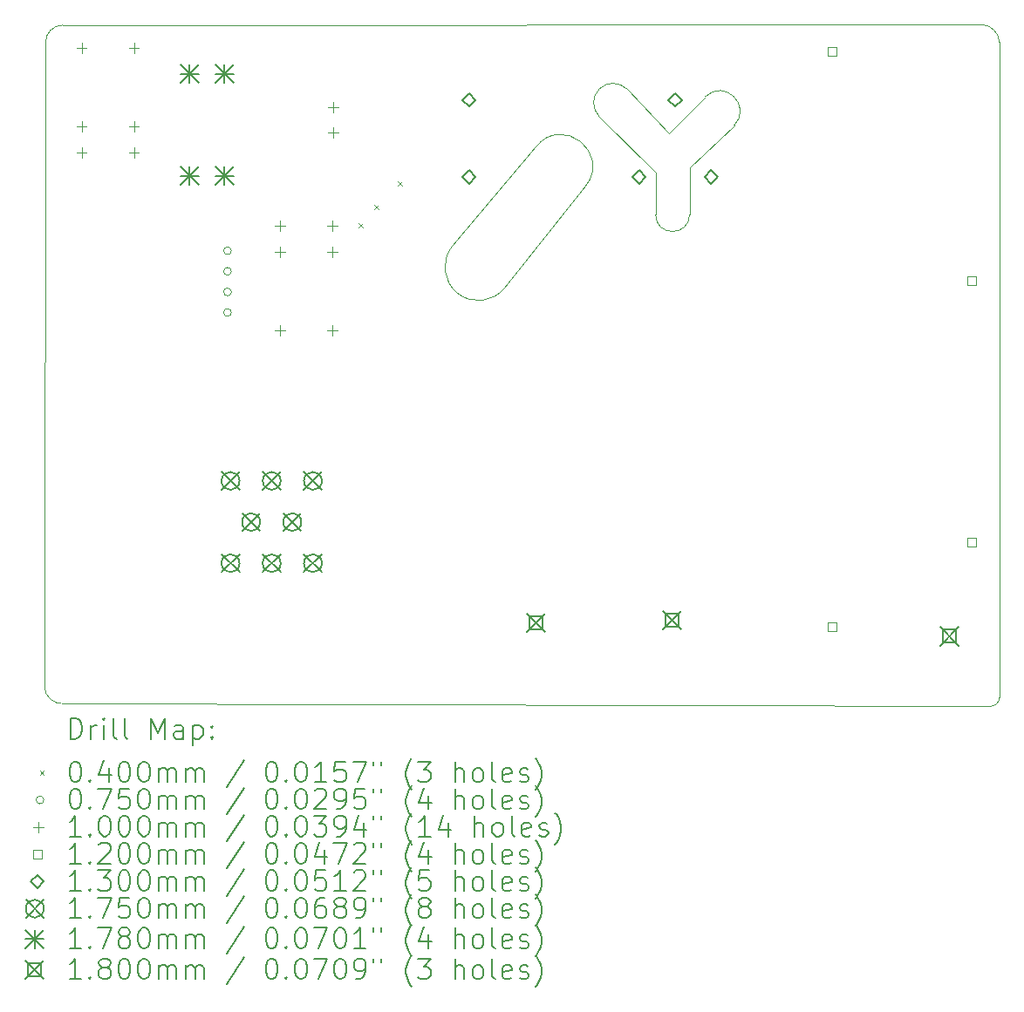
<source format=gbr>
%FSLAX45Y45*%
G04 Gerber Fmt 4.5, Leading zero omitted, Abs format (unit mm)*
G04 Created by KiCad (PCBNEW (6.0.1)) date 2022-11-29 11:44:14*
%MOMM*%
%LPD*%
G01*
G04 APERTURE LIST*
%TA.AperFunction,Profile*%
%ADD10C,0.100000*%
%TD*%
%ADD11C,0.200000*%
%ADD12C,0.040000*%
%ADD13C,0.075000*%
%ADD14C,0.100000*%
%ADD15C,0.120000*%
%ADD16C,0.130000*%
%ADD17C,0.175000*%
%ADD18C,0.178000*%
%ADD19C,0.180000*%
G04 APERTURE END LIST*
D10*
X8940800Y-6451600D02*
X8928434Y-12712700D01*
X14581500Y-6906100D02*
G75*
G03*
X14314800Y-7172800I-133350J-133350D01*
G01*
X18034000Y-6281100D02*
X9105900Y-6286500D01*
X14860900Y-7718900D02*
X14860900Y-8125300D01*
X15622900Y-7261700D02*
X15191100Y-7668100D01*
X9118600Y-12877800D02*
X18110200Y-12903200D01*
X15622900Y-7261700D02*
G75*
G03*
X15343500Y-6982300I-139700J139700D01*
G01*
X14860900Y-8125300D02*
G75*
G03*
X15191100Y-8125300I165100J0D01*
G01*
X14182900Y-7849100D02*
G75*
G03*
X13700300Y-7468100I-241300J190500D01*
G01*
X18110200Y-12903200D02*
G75*
G03*
X18199738Y-12814938I1268J88261D01*
G01*
X15191100Y-8125300D02*
X15191100Y-7668100D01*
X12887500Y-8433300D02*
G75*
G03*
X13395500Y-8839700I254000J-203200D01*
G01*
X8928434Y-12712700D02*
G75*
G03*
X9118600Y-12877800I176595J11337D01*
G01*
X13395500Y-8839700D02*
X14182900Y-7849100D01*
X18199100Y-6451600D02*
G75*
G03*
X18034000Y-6281100I-181173J-10250D01*
G01*
X15343500Y-6982300D02*
X14987900Y-7337900D01*
X18199100Y-6451600D02*
X18199738Y-12814938D01*
X9105900Y-6286500D02*
G75*
G03*
X8940800Y-6451600I0J-165100D01*
G01*
X14314800Y-7172800D02*
X14860900Y-7718900D01*
X13700300Y-7468100D02*
X12887500Y-8433300D01*
X14581500Y-6906100D02*
X14987900Y-7337900D01*
D11*
D12*
X11978500Y-8210100D02*
X12018500Y-8250100D01*
X12018500Y-8210100D02*
X11978500Y-8250100D01*
X12130900Y-8032300D02*
X12170900Y-8072300D01*
X12170900Y-8032300D02*
X12130900Y-8072300D01*
X12359500Y-7803700D02*
X12399500Y-7843700D01*
X12399500Y-7803700D02*
X12359500Y-7843700D01*
D13*
X10743600Y-8477300D02*
G75*
G03*
X10743600Y-8477300I-37500J0D01*
G01*
X10743600Y-8677300D02*
G75*
G03*
X10743600Y-8677300I-37500J0D01*
G01*
X10743600Y-8877300D02*
G75*
G03*
X10743600Y-8877300I-37500J0D01*
G01*
X10743600Y-9077300D02*
G75*
G03*
X10743600Y-9077300I-37500J0D01*
G01*
D14*
X9289250Y-6460850D02*
X9289250Y-6560850D01*
X9239250Y-6510850D02*
X9339250Y-6510850D01*
X9289250Y-7222850D02*
X9289250Y-7322850D01*
X9239250Y-7272850D02*
X9339250Y-7272850D01*
X9289250Y-7476850D02*
X9289250Y-7576850D01*
X9239250Y-7526850D02*
X9339250Y-7526850D01*
X9797250Y-6460850D02*
X9797250Y-6560850D01*
X9747250Y-6510850D02*
X9847250Y-6510850D01*
X9797250Y-7222850D02*
X9797250Y-7322850D01*
X9747250Y-7272850D02*
X9847250Y-7272850D01*
X9797250Y-7476850D02*
X9797250Y-7576850D01*
X9747250Y-7526850D02*
X9847250Y-7526850D01*
X11215750Y-8185350D02*
X11215750Y-8285350D01*
X11165750Y-8235350D02*
X11265750Y-8235350D01*
X11215750Y-8439350D02*
X11215750Y-8539350D01*
X11165750Y-8489350D02*
X11265750Y-8489350D01*
X11215750Y-9201350D02*
X11215750Y-9301350D01*
X11165750Y-9251350D02*
X11265750Y-9251350D01*
X11723750Y-8185350D02*
X11723750Y-8285350D01*
X11673750Y-8235350D02*
X11773750Y-8235350D01*
X11723750Y-8439350D02*
X11723750Y-8539350D01*
X11673750Y-8489350D02*
X11773750Y-8489350D01*
X11723750Y-9201350D02*
X11723750Y-9301350D01*
X11673750Y-9251350D02*
X11773750Y-9251350D01*
X11734000Y-7031100D02*
X11734000Y-7131100D01*
X11684000Y-7081100D02*
X11784000Y-7081100D01*
X11734000Y-7281100D02*
X11734000Y-7381100D01*
X11684000Y-7331100D02*
X11784000Y-7331100D01*
D15*
X16615927Y-6582927D02*
X16615927Y-6498073D01*
X16531073Y-6498073D01*
X16531073Y-6582927D01*
X16615927Y-6582927D01*
X16615927Y-12170927D02*
X16615927Y-12086073D01*
X16531073Y-12086073D01*
X16531073Y-12170927D01*
X16615927Y-12170927D01*
X17974827Y-8810507D02*
X17974827Y-8725653D01*
X17889973Y-8725653D01*
X17889973Y-8810507D01*
X17974827Y-8810507D01*
X17974827Y-11350507D02*
X17974827Y-11265653D01*
X17889973Y-11265653D01*
X17889973Y-11350507D01*
X17974827Y-11350507D01*
D16*
X13050000Y-7077100D02*
X13115000Y-7012100D01*
X13050000Y-6947100D01*
X12985000Y-7012100D01*
X13050000Y-7077100D01*
X13050000Y-7827100D02*
X13115000Y-7762100D01*
X13050000Y-7697100D01*
X12985000Y-7762100D01*
X13050000Y-7827100D01*
X14700000Y-7827100D02*
X14765000Y-7762100D01*
X14700000Y-7697100D01*
X14635000Y-7762100D01*
X14700000Y-7827100D01*
X15050000Y-7077100D02*
X15115000Y-7012100D01*
X15050000Y-6947100D01*
X14985000Y-7012100D01*
X15050000Y-7077100D01*
X15400000Y-7827100D02*
X15465000Y-7762100D01*
X15400000Y-7697100D01*
X15335000Y-7762100D01*
X15400000Y-7827100D01*
D17*
X10647400Y-10625500D02*
X10822400Y-10800500D01*
X10822400Y-10625500D02*
X10647400Y-10800500D01*
X10822400Y-10713000D02*
G75*
G03*
X10822400Y-10713000I-87500J0D01*
G01*
X10647400Y-11425500D02*
X10822400Y-11600500D01*
X10822400Y-11425500D02*
X10647400Y-11600500D01*
X10822400Y-11513000D02*
G75*
G03*
X10822400Y-11513000I-87500J0D01*
G01*
X10847400Y-11025500D02*
X11022400Y-11200500D01*
X11022400Y-11025500D02*
X10847400Y-11200500D01*
X11022400Y-11113000D02*
G75*
G03*
X11022400Y-11113000I-87500J0D01*
G01*
X11047400Y-10625500D02*
X11222400Y-10800500D01*
X11222400Y-10625500D02*
X11047400Y-10800500D01*
X11222400Y-10713000D02*
G75*
G03*
X11222400Y-10713000I-87500J0D01*
G01*
X11047400Y-11425500D02*
X11222400Y-11600500D01*
X11222400Y-11425500D02*
X11047400Y-11600500D01*
X11222400Y-11513000D02*
G75*
G03*
X11222400Y-11513000I-87500J0D01*
G01*
X11247400Y-11025500D02*
X11422400Y-11200500D01*
X11422400Y-11025500D02*
X11247400Y-11200500D01*
X11422400Y-11113000D02*
G75*
G03*
X11422400Y-11113000I-87500J0D01*
G01*
X11447400Y-10625500D02*
X11622400Y-10800500D01*
X11622400Y-10625500D02*
X11447400Y-10800500D01*
X11622400Y-10713000D02*
G75*
G03*
X11622400Y-10713000I-87500J0D01*
G01*
X11447400Y-11425500D02*
X11622400Y-11600500D01*
X11622400Y-11425500D02*
X11447400Y-11600500D01*
X11622400Y-11513000D02*
G75*
G03*
X11622400Y-11513000I-87500J0D01*
G01*
D18*
X10247500Y-6671100D02*
X10425500Y-6849100D01*
X10425500Y-6671100D02*
X10247500Y-6849100D01*
X10336500Y-6671100D02*
X10336500Y-6849100D01*
X10247500Y-6760100D02*
X10425500Y-6760100D01*
X10247500Y-7663100D02*
X10425500Y-7841100D01*
X10425500Y-7663100D02*
X10247500Y-7841100D01*
X10336500Y-7663100D02*
X10336500Y-7841100D01*
X10247500Y-7752100D02*
X10425500Y-7752100D01*
X10587500Y-6671100D02*
X10765500Y-6849100D01*
X10765500Y-6671100D02*
X10587500Y-6849100D01*
X10676500Y-6671100D02*
X10676500Y-6849100D01*
X10587500Y-6760100D02*
X10765500Y-6760100D01*
X10587500Y-7663100D02*
X10765500Y-7841100D01*
X10765500Y-7663100D02*
X10587500Y-7841100D01*
X10676500Y-7663100D02*
X10676500Y-7841100D01*
X10587500Y-7752100D02*
X10765500Y-7752100D01*
D19*
X13610300Y-12000900D02*
X13790300Y-12180900D01*
X13790300Y-12000900D02*
X13610300Y-12180900D01*
X13763940Y-12154540D02*
X13763940Y-12027260D01*
X13636660Y-12027260D01*
X13636660Y-12154540D01*
X13763940Y-12154540D01*
X14931100Y-11975500D02*
X15111100Y-12155500D01*
X15111100Y-11975500D02*
X14931100Y-12155500D01*
X15084740Y-12129140D02*
X15084740Y-12001860D01*
X14957460Y-12001860D01*
X14957460Y-12129140D01*
X15084740Y-12129140D01*
X17621500Y-12132480D02*
X17801500Y-12312480D01*
X17801500Y-12132480D02*
X17621500Y-12312480D01*
X17775140Y-12286120D02*
X17775140Y-12158840D01*
X17647860Y-12158840D01*
X17647860Y-12286120D01*
X17775140Y-12286120D01*
D11*
X9181053Y-13218685D02*
X9181053Y-13018685D01*
X9228672Y-13018685D01*
X9257244Y-13028209D01*
X9276291Y-13047257D01*
X9285815Y-13066304D01*
X9295339Y-13104399D01*
X9295339Y-13132971D01*
X9285815Y-13171066D01*
X9276291Y-13190114D01*
X9257244Y-13209161D01*
X9228672Y-13218685D01*
X9181053Y-13218685D01*
X9381053Y-13218685D02*
X9381053Y-13085352D01*
X9381053Y-13123447D02*
X9390577Y-13104399D01*
X9400101Y-13094876D01*
X9419148Y-13085352D01*
X9438196Y-13085352D01*
X9504863Y-13218685D02*
X9504863Y-13085352D01*
X9504863Y-13018685D02*
X9495339Y-13028209D01*
X9504863Y-13037733D01*
X9514386Y-13028209D01*
X9504863Y-13018685D01*
X9504863Y-13037733D01*
X9628672Y-13218685D02*
X9609625Y-13209161D01*
X9600101Y-13190114D01*
X9600101Y-13018685D01*
X9733434Y-13218685D02*
X9714386Y-13209161D01*
X9704863Y-13190114D01*
X9704863Y-13018685D01*
X9962006Y-13218685D02*
X9962006Y-13018685D01*
X10028672Y-13161542D01*
X10095339Y-13018685D01*
X10095339Y-13218685D01*
X10276291Y-13218685D02*
X10276291Y-13113923D01*
X10266767Y-13094876D01*
X10247720Y-13085352D01*
X10209625Y-13085352D01*
X10190577Y-13094876D01*
X10276291Y-13209161D02*
X10257244Y-13218685D01*
X10209625Y-13218685D01*
X10190577Y-13209161D01*
X10181053Y-13190114D01*
X10181053Y-13171066D01*
X10190577Y-13152019D01*
X10209625Y-13142495D01*
X10257244Y-13142495D01*
X10276291Y-13132971D01*
X10371529Y-13085352D02*
X10371529Y-13285352D01*
X10371529Y-13094876D02*
X10390577Y-13085352D01*
X10428672Y-13085352D01*
X10447720Y-13094876D01*
X10457244Y-13104399D01*
X10466767Y-13123447D01*
X10466767Y-13180590D01*
X10457244Y-13199638D01*
X10447720Y-13209161D01*
X10428672Y-13218685D01*
X10390577Y-13218685D01*
X10371529Y-13209161D01*
X10552482Y-13199638D02*
X10562006Y-13209161D01*
X10552482Y-13218685D01*
X10542958Y-13209161D01*
X10552482Y-13199638D01*
X10552482Y-13218685D01*
X10552482Y-13094876D02*
X10562006Y-13104399D01*
X10552482Y-13113923D01*
X10542958Y-13104399D01*
X10552482Y-13094876D01*
X10552482Y-13113923D01*
D12*
X8883434Y-13528209D02*
X8923434Y-13568209D01*
X8923434Y-13528209D02*
X8883434Y-13568209D01*
D11*
X9219148Y-13438685D02*
X9238196Y-13438685D01*
X9257244Y-13448209D01*
X9266767Y-13457733D01*
X9276291Y-13476780D01*
X9285815Y-13514876D01*
X9285815Y-13562495D01*
X9276291Y-13600590D01*
X9266767Y-13619638D01*
X9257244Y-13629161D01*
X9238196Y-13638685D01*
X9219148Y-13638685D01*
X9200101Y-13629161D01*
X9190577Y-13619638D01*
X9181053Y-13600590D01*
X9171529Y-13562495D01*
X9171529Y-13514876D01*
X9181053Y-13476780D01*
X9190577Y-13457733D01*
X9200101Y-13448209D01*
X9219148Y-13438685D01*
X9371529Y-13619638D02*
X9381053Y-13629161D01*
X9371529Y-13638685D01*
X9362006Y-13629161D01*
X9371529Y-13619638D01*
X9371529Y-13638685D01*
X9552482Y-13505352D02*
X9552482Y-13638685D01*
X9504863Y-13429161D02*
X9457244Y-13572019D01*
X9581053Y-13572019D01*
X9695339Y-13438685D02*
X9714386Y-13438685D01*
X9733434Y-13448209D01*
X9742958Y-13457733D01*
X9752482Y-13476780D01*
X9762006Y-13514876D01*
X9762006Y-13562495D01*
X9752482Y-13600590D01*
X9742958Y-13619638D01*
X9733434Y-13629161D01*
X9714386Y-13638685D01*
X9695339Y-13638685D01*
X9676291Y-13629161D01*
X9666767Y-13619638D01*
X9657244Y-13600590D01*
X9647720Y-13562495D01*
X9647720Y-13514876D01*
X9657244Y-13476780D01*
X9666767Y-13457733D01*
X9676291Y-13448209D01*
X9695339Y-13438685D01*
X9885815Y-13438685D02*
X9904863Y-13438685D01*
X9923910Y-13448209D01*
X9933434Y-13457733D01*
X9942958Y-13476780D01*
X9952482Y-13514876D01*
X9952482Y-13562495D01*
X9942958Y-13600590D01*
X9933434Y-13619638D01*
X9923910Y-13629161D01*
X9904863Y-13638685D01*
X9885815Y-13638685D01*
X9866767Y-13629161D01*
X9857244Y-13619638D01*
X9847720Y-13600590D01*
X9838196Y-13562495D01*
X9838196Y-13514876D01*
X9847720Y-13476780D01*
X9857244Y-13457733D01*
X9866767Y-13448209D01*
X9885815Y-13438685D01*
X10038196Y-13638685D02*
X10038196Y-13505352D01*
X10038196Y-13524399D02*
X10047720Y-13514876D01*
X10066767Y-13505352D01*
X10095339Y-13505352D01*
X10114386Y-13514876D01*
X10123910Y-13533923D01*
X10123910Y-13638685D01*
X10123910Y-13533923D02*
X10133434Y-13514876D01*
X10152482Y-13505352D01*
X10181053Y-13505352D01*
X10200101Y-13514876D01*
X10209625Y-13533923D01*
X10209625Y-13638685D01*
X10304863Y-13638685D02*
X10304863Y-13505352D01*
X10304863Y-13524399D02*
X10314386Y-13514876D01*
X10333434Y-13505352D01*
X10362006Y-13505352D01*
X10381053Y-13514876D01*
X10390577Y-13533923D01*
X10390577Y-13638685D01*
X10390577Y-13533923D02*
X10400101Y-13514876D01*
X10419148Y-13505352D01*
X10447720Y-13505352D01*
X10466767Y-13514876D01*
X10476291Y-13533923D01*
X10476291Y-13638685D01*
X10866767Y-13429161D02*
X10695339Y-13686304D01*
X11123910Y-13438685D02*
X11142958Y-13438685D01*
X11162006Y-13448209D01*
X11171529Y-13457733D01*
X11181053Y-13476780D01*
X11190577Y-13514876D01*
X11190577Y-13562495D01*
X11181053Y-13600590D01*
X11171529Y-13619638D01*
X11162006Y-13629161D01*
X11142958Y-13638685D01*
X11123910Y-13638685D01*
X11104863Y-13629161D01*
X11095339Y-13619638D01*
X11085815Y-13600590D01*
X11076291Y-13562495D01*
X11076291Y-13514876D01*
X11085815Y-13476780D01*
X11095339Y-13457733D01*
X11104863Y-13448209D01*
X11123910Y-13438685D01*
X11276291Y-13619638D02*
X11285815Y-13629161D01*
X11276291Y-13638685D01*
X11266767Y-13629161D01*
X11276291Y-13619638D01*
X11276291Y-13638685D01*
X11409624Y-13438685D02*
X11428672Y-13438685D01*
X11447720Y-13448209D01*
X11457244Y-13457733D01*
X11466767Y-13476780D01*
X11476291Y-13514876D01*
X11476291Y-13562495D01*
X11466767Y-13600590D01*
X11457244Y-13619638D01*
X11447720Y-13629161D01*
X11428672Y-13638685D01*
X11409624Y-13638685D01*
X11390577Y-13629161D01*
X11381053Y-13619638D01*
X11371529Y-13600590D01*
X11362005Y-13562495D01*
X11362005Y-13514876D01*
X11371529Y-13476780D01*
X11381053Y-13457733D01*
X11390577Y-13448209D01*
X11409624Y-13438685D01*
X11666767Y-13638685D02*
X11552482Y-13638685D01*
X11609624Y-13638685D02*
X11609624Y-13438685D01*
X11590577Y-13467257D01*
X11571529Y-13486304D01*
X11552482Y-13495828D01*
X11847720Y-13438685D02*
X11752482Y-13438685D01*
X11742958Y-13533923D01*
X11752482Y-13524399D01*
X11771529Y-13514876D01*
X11819148Y-13514876D01*
X11838196Y-13524399D01*
X11847720Y-13533923D01*
X11857244Y-13552971D01*
X11857244Y-13600590D01*
X11847720Y-13619638D01*
X11838196Y-13629161D01*
X11819148Y-13638685D01*
X11771529Y-13638685D01*
X11752482Y-13629161D01*
X11742958Y-13619638D01*
X11923910Y-13438685D02*
X12057244Y-13438685D01*
X11971529Y-13638685D01*
X12123910Y-13438685D02*
X12123910Y-13476780D01*
X12200101Y-13438685D02*
X12200101Y-13476780D01*
X12495339Y-13714876D02*
X12485815Y-13705352D01*
X12466767Y-13676780D01*
X12457244Y-13657733D01*
X12447720Y-13629161D01*
X12438196Y-13581542D01*
X12438196Y-13543447D01*
X12447720Y-13495828D01*
X12457244Y-13467257D01*
X12466767Y-13448209D01*
X12485815Y-13419638D01*
X12495339Y-13410114D01*
X12552482Y-13438685D02*
X12676291Y-13438685D01*
X12609624Y-13514876D01*
X12638196Y-13514876D01*
X12657244Y-13524399D01*
X12666767Y-13533923D01*
X12676291Y-13552971D01*
X12676291Y-13600590D01*
X12666767Y-13619638D01*
X12657244Y-13629161D01*
X12638196Y-13638685D01*
X12581053Y-13638685D01*
X12562005Y-13629161D01*
X12552482Y-13619638D01*
X12914386Y-13638685D02*
X12914386Y-13438685D01*
X13000101Y-13638685D02*
X13000101Y-13533923D01*
X12990577Y-13514876D01*
X12971529Y-13505352D01*
X12942958Y-13505352D01*
X12923910Y-13514876D01*
X12914386Y-13524399D01*
X13123910Y-13638685D02*
X13104863Y-13629161D01*
X13095339Y-13619638D01*
X13085815Y-13600590D01*
X13085815Y-13543447D01*
X13095339Y-13524399D01*
X13104863Y-13514876D01*
X13123910Y-13505352D01*
X13152482Y-13505352D01*
X13171529Y-13514876D01*
X13181053Y-13524399D01*
X13190577Y-13543447D01*
X13190577Y-13600590D01*
X13181053Y-13619638D01*
X13171529Y-13629161D01*
X13152482Y-13638685D01*
X13123910Y-13638685D01*
X13304863Y-13638685D02*
X13285815Y-13629161D01*
X13276291Y-13610114D01*
X13276291Y-13438685D01*
X13457244Y-13629161D02*
X13438196Y-13638685D01*
X13400101Y-13638685D01*
X13381053Y-13629161D01*
X13371529Y-13610114D01*
X13371529Y-13533923D01*
X13381053Y-13514876D01*
X13400101Y-13505352D01*
X13438196Y-13505352D01*
X13457244Y-13514876D01*
X13466767Y-13533923D01*
X13466767Y-13552971D01*
X13371529Y-13572019D01*
X13542958Y-13629161D02*
X13562005Y-13638685D01*
X13600101Y-13638685D01*
X13619148Y-13629161D01*
X13628672Y-13610114D01*
X13628672Y-13600590D01*
X13619148Y-13581542D01*
X13600101Y-13572019D01*
X13571529Y-13572019D01*
X13552482Y-13562495D01*
X13542958Y-13543447D01*
X13542958Y-13533923D01*
X13552482Y-13514876D01*
X13571529Y-13505352D01*
X13600101Y-13505352D01*
X13619148Y-13514876D01*
X13695339Y-13714876D02*
X13704863Y-13705352D01*
X13723910Y-13676780D01*
X13733434Y-13657733D01*
X13742958Y-13629161D01*
X13752482Y-13581542D01*
X13752482Y-13543447D01*
X13742958Y-13495828D01*
X13733434Y-13467257D01*
X13723910Y-13448209D01*
X13704863Y-13419638D01*
X13695339Y-13410114D01*
D13*
X8923434Y-13812209D02*
G75*
G03*
X8923434Y-13812209I-37500J0D01*
G01*
D11*
X9219148Y-13702685D02*
X9238196Y-13702685D01*
X9257244Y-13712209D01*
X9266767Y-13721733D01*
X9276291Y-13740780D01*
X9285815Y-13778876D01*
X9285815Y-13826495D01*
X9276291Y-13864590D01*
X9266767Y-13883638D01*
X9257244Y-13893161D01*
X9238196Y-13902685D01*
X9219148Y-13902685D01*
X9200101Y-13893161D01*
X9190577Y-13883638D01*
X9181053Y-13864590D01*
X9171529Y-13826495D01*
X9171529Y-13778876D01*
X9181053Y-13740780D01*
X9190577Y-13721733D01*
X9200101Y-13712209D01*
X9219148Y-13702685D01*
X9371529Y-13883638D02*
X9381053Y-13893161D01*
X9371529Y-13902685D01*
X9362006Y-13893161D01*
X9371529Y-13883638D01*
X9371529Y-13902685D01*
X9447720Y-13702685D02*
X9581053Y-13702685D01*
X9495339Y-13902685D01*
X9752482Y-13702685D02*
X9657244Y-13702685D01*
X9647720Y-13797923D01*
X9657244Y-13788399D01*
X9676291Y-13778876D01*
X9723910Y-13778876D01*
X9742958Y-13788399D01*
X9752482Y-13797923D01*
X9762006Y-13816971D01*
X9762006Y-13864590D01*
X9752482Y-13883638D01*
X9742958Y-13893161D01*
X9723910Y-13902685D01*
X9676291Y-13902685D01*
X9657244Y-13893161D01*
X9647720Y-13883638D01*
X9885815Y-13702685D02*
X9904863Y-13702685D01*
X9923910Y-13712209D01*
X9933434Y-13721733D01*
X9942958Y-13740780D01*
X9952482Y-13778876D01*
X9952482Y-13826495D01*
X9942958Y-13864590D01*
X9933434Y-13883638D01*
X9923910Y-13893161D01*
X9904863Y-13902685D01*
X9885815Y-13902685D01*
X9866767Y-13893161D01*
X9857244Y-13883638D01*
X9847720Y-13864590D01*
X9838196Y-13826495D01*
X9838196Y-13778876D01*
X9847720Y-13740780D01*
X9857244Y-13721733D01*
X9866767Y-13712209D01*
X9885815Y-13702685D01*
X10038196Y-13902685D02*
X10038196Y-13769352D01*
X10038196Y-13788399D02*
X10047720Y-13778876D01*
X10066767Y-13769352D01*
X10095339Y-13769352D01*
X10114386Y-13778876D01*
X10123910Y-13797923D01*
X10123910Y-13902685D01*
X10123910Y-13797923D02*
X10133434Y-13778876D01*
X10152482Y-13769352D01*
X10181053Y-13769352D01*
X10200101Y-13778876D01*
X10209625Y-13797923D01*
X10209625Y-13902685D01*
X10304863Y-13902685D02*
X10304863Y-13769352D01*
X10304863Y-13788399D02*
X10314386Y-13778876D01*
X10333434Y-13769352D01*
X10362006Y-13769352D01*
X10381053Y-13778876D01*
X10390577Y-13797923D01*
X10390577Y-13902685D01*
X10390577Y-13797923D02*
X10400101Y-13778876D01*
X10419148Y-13769352D01*
X10447720Y-13769352D01*
X10466767Y-13778876D01*
X10476291Y-13797923D01*
X10476291Y-13902685D01*
X10866767Y-13693161D02*
X10695339Y-13950304D01*
X11123910Y-13702685D02*
X11142958Y-13702685D01*
X11162006Y-13712209D01*
X11171529Y-13721733D01*
X11181053Y-13740780D01*
X11190577Y-13778876D01*
X11190577Y-13826495D01*
X11181053Y-13864590D01*
X11171529Y-13883638D01*
X11162006Y-13893161D01*
X11142958Y-13902685D01*
X11123910Y-13902685D01*
X11104863Y-13893161D01*
X11095339Y-13883638D01*
X11085815Y-13864590D01*
X11076291Y-13826495D01*
X11076291Y-13778876D01*
X11085815Y-13740780D01*
X11095339Y-13721733D01*
X11104863Y-13712209D01*
X11123910Y-13702685D01*
X11276291Y-13883638D02*
X11285815Y-13893161D01*
X11276291Y-13902685D01*
X11266767Y-13893161D01*
X11276291Y-13883638D01*
X11276291Y-13902685D01*
X11409624Y-13702685D02*
X11428672Y-13702685D01*
X11447720Y-13712209D01*
X11457244Y-13721733D01*
X11466767Y-13740780D01*
X11476291Y-13778876D01*
X11476291Y-13826495D01*
X11466767Y-13864590D01*
X11457244Y-13883638D01*
X11447720Y-13893161D01*
X11428672Y-13902685D01*
X11409624Y-13902685D01*
X11390577Y-13893161D01*
X11381053Y-13883638D01*
X11371529Y-13864590D01*
X11362005Y-13826495D01*
X11362005Y-13778876D01*
X11371529Y-13740780D01*
X11381053Y-13721733D01*
X11390577Y-13712209D01*
X11409624Y-13702685D01*
X11552482Y-13721733D02*
X11562005Y-13712209D01*
X11581053Y-13702685D01*
X11628672Y-13702685D01*
X11647720Y-13712209D01*
X11657244Y-13721733D01*
X11666767Y-13740780D01*
X11666767Y-13759828D01*
X11657244Y-13788399D01*
X11542958Y-13902685D01*
X11666767Y-13902685D01*
X11762005Y-13902685D02*
X11800101Y-13902685D01*
X11819148Y-13893161D01*
X11828672Y-13883638D01*
X11847720Y-13855066D01*
X11857244Y-13816971D01*
X11857244Y-13740780D01*
X11847720Y-13721733D01*
X11838196Y-13712209D01*
X11819148Y-13702685D01*
X11781053Y-13702685D01*
X11762005Y-13712209D01*
X11752482Y-13721733D01*
X11742958Y-13740780D01*
X11742958Y-13788399D01*
X11752482Y-13807447D01*
X11762005Y-13816971D01*
X11781053Y-13826495D01*
X11819148Y-13826495D01*
X11838196Y-13816971D01*
X11847720Y-13807447D01*
X11857244Y-13788399D01*
X12038196Y-13702685D02*
X11942958Y-13702685D01*
X11933434Y-13797923D01*
X11942958Y-13788399D01*
X11962005Y-13778876D01*
X12009624Y-13778876D01*
X12028672Y-13788399D01*
X12038196Y-13797923D01*
X12047720Y-13816971D01*
X12047720Y-13864590D01*
X12038196Y-13883638D01*
X12028672Y-13893161D01*
X12009624Y-13902685D01*
X11962005Y-13902685D01*
X11942958Y-13893161D01*
X11933434Y-13883638D01*
X12123910Y-13702685D02*
X12123910Y-13740780D01*
X12200101Y-13702685D02*
X12200101Y-13740780D01*
X12495339Y-13978876D02*
X12485815Y-13969352D01*
X12466767Y-13940780D01*
X12457244Y-13921733D01*
X12447720Y-13893161D01*
X12438196Y-13845542D01*
X12438196Y-13807447D01*
X12447720Y-13759828D01*
X12457244Y-13731257D01*
X12466767Y-13712209D01*
X12485815Y-13683638D01*
X12495339Y-13674114D01*
X12657244Y-13769352D02*
X12657244Y-13902685D01*
X12609624Y-13693161D02*
X12562005Y-13836019D01*
X12685815Y-13836019D01*
X12914386Y-13902685D02*
X12914386Y-13702685D01*
X13000101Y-13902685D02*
X13000101Y-13797923D01*
X12990577Y-13778876D01*
X12971529Y-13769352D01*
X12942958Y-13769352D01*
X12923910Y-13778876D01*
X12914386Y-13788399D01*
X13123910Y-13902685D02*
X13104863Y-13893161D01*
X13095339Y-13883638D01*
X13085815Y-13864590D01*
X13085815Y-13807447D01*
X13095339Y-13788399D01*
X13104863Y-13778876D01*
X13123910Y-13769352D01*
X13152482Y-13769352D01*
X13171529Y-13778876D01*
X13181053Y-13788399D01*
X13190577Y-13807447D01*
X13190577Y-13864590D01*
X13181053Y-13883638D01*
X13171529Y-13893161D01*
X13152482Y-13902685D01*
X13123910Y-13902685D01*
X13304863Y-13902685D02*
X13285815Y-13893161D01*
X13276291Y-13874114D01*
X13276291Y-13702685D01*
X13457244Y-13893161D02*
X13438196Y-13902685D01*
X13400101Y-13902685D01*
X13381053Y-13893161D01*
X13371529Y-13874114D01*
X13371529Y-13797923D01*
X13381053Y-13778876D01*
X13400101Y-13769352D01*
X13438196Y-13769352D01*
X13457244Y-13778876D01*
X13466767Y-13797923D01*
X13466767Y-13816971D01*
X13371529Y-13836019D01*
X13542958Y-13893161D02*
X13562005Y-13902685D01*
X13600101Y-13902685D01*
X13619148Y-13893161D01*
X13628672Y-13874114D01*
X13628672Y-13864590D01*
X13619148Y-13845542D01*
X13600101Y-13836019D01*
X13571529Y-13836019D01*
X13552482Y-13826495D01*
X13542958Y-13807447D01*
X13542958Y-13797923D01*
X13552482Y-13778876D01*
X13571529Y-13769352D01*
X13600101Y-13769352D01*
X13619148Y-13778876D01*
X13695339Y-13978876D02*
X13704863Y-13969352D01*
X13723910Y-13940780D01*
X13733434Y-13921733D01*
X13742958Y-13893161D01*
X13752482Y-13845542D01*
X13752482Y-13807447D01*
X13742958Y-13759828D01*
X13733434Y-13731257D01*
X13723910Y-13712209D01*
X13704863Y-13683638D01*
X13695339Y-13674114D01*
D14*
X8873434Y-14026209D02*
X8873434Y-14126209D01*
X8823434Y-14076209D02*
X8923434Y-14076209D01*
D11*
X9285815Y-14166685D02*
X9171529Y-14166685D01*
X9228672Y-14166685D02*
X9228672Y-13966685D01*
X9209625Y-13995257D01*
X9190577Y-14014304D01*
X9171529Y-14023828D01*
X9371529Y-14147638D02*
X9381053Y-14157161D01*
X9371529Y-14166685D01*
X9362006Y-14157161D01*
X9371529Y-14147638D01*
X9371529Y-14166685D01*
X9504863Y-13966685D02*
X9523910Y-13966685D01*
X9542958Y-13976209D01*
X9552482Y-13985733D01*
X9562006Y-14004780D01*
X9571529Y-14042876D01*
X9571529Y-14090495D01*
X9562006Y-14128590D01*
X9552482Y-14147638D01*
X9542958Y-14157161D01*
X9523910Y-14166685D01*
X9504863Y-14166685D01*
X9485815Y-14157161D01*
X9476291Y-14147638D01*
X9466767Y-14128590D01*
X9457244Y-14090495D01*
X9457244Y-14042876D01*
X9466767Y-14004780D01*
X9476291Y-13985733D01*
X9485815Y-13976209D01*
X9504863Y-13966685D01*
X9695339Y-13966685D02*
X9714386Y-13966685D01*
X9733434Y-13976209D01*
X9742958Y-13985733D01*
X9752482Y-14004780D01*
X9762006Y-14042876D01*
X9762006Y-14090495D01*
X9752482Y-14128590D01*
X9742958Y-14147638D01*
X9733434Y-14157161D01*
X9714386Y-14166685D01*
X9695339Y-14166685D01*
X9676291Y-14157161D01*
X9666767Y-14147638D01*
X9657244Y-14128590D01*
X9647720Y-14090495D01*
X9647720Y-14042876D01*
X9657244Y-14004780D01*
X9666767Y-13985733D01*
X9676291Y-13976209D01*
X9695339Y-13966685D01*
X9885815Y-13966685D02*
X9904863Y-13966685D01*
X9923910Y-13976209D01*
X9933434Y-13985733D01*
X9942958Y-14004780D01*
X9952482Y-14042876D01*
X9952482Y-14090495D01*
X9942958Y-14128590D01*
X9933434Y-14147638D01*
X9923910Y-14157161D01*
X9904863Y-14166685D01*
X9885815Y-14166685D01*
X9866767Y-14157161D01*
X9857244Y-14147638D01*
X9847720Y-14128590D01*
X9838196Y-14090495D01*
X9838196Y-14042876D01*
X9847720Y-14004780D01*
X9857244Y-13985733D01*
X9866767Y-13976209D01*
X9885815Y-13966685D01*
X10038196Y-14166685D02*
X10038196Y-14033352D01*
X10038196Y-14052399D02*
X10047720Y-14042876D01*
X10066767Y-14033352D01*
X10095339Y-14033352D01*
X10114386Y-14042876D01*
X10123910Y-14061923D01*
X10123910Y-14166685D01*
X10123910Y-14061923D02*
X10133434Y-14042876D01*
X10152482Y-14033352D01*
X10181053Y-14033352D01*
X10200101Y-14042876D01*
X10209625Y-14061923D01*
X10209625Y-14166685D01*
X10304863Y-14166685D02*
X10304863Y-14033352D01*
X10304863Y-14052399D02*
X10314386Y-14042876D01*
X10333434Y-14033352D01*
X10362006Y-14033352D01*
X10381053Y-14042876D01*
X10390577Y-14061923D01*
X10390577Y-14166685D01*
X10390577Y-14061923D02*
X10400101Y-14042876D01*
X10419148Y-14033352D01*
X10447720Y-14033352D01*
X10466767Y-14042876D01*
X10476291Y-14061923D01*
X10476291Y-14166685D01*
X10866767Y-13957161D02*
X10695339Y-14214304D01*
X11123910Y-13966685D02*
X11142958Y-13966685D01*
X11162006Y-13976209D01*
X11171529Y-13985733D01*
X11181053Y-14004780D01*
X11190577Y-14042876D01*
X11190577Y-14090495D01*
X11181053Y-14128590D01*
X11171529Y-14147638D01*
X11162006Y-14157161D01*
X11142958Y-14166685D01*
X11123910Y-14166685D01*
X11104863Y-14157161D01*
X11095339Y-14147638D01*
X11085815Y-14128590D01*
X11076291Y-14090495D01*
X11076291Y-14042876D01*
X11085815Y-14004780D01*
X11095339Y-13985733D01*
X11104863Y-13976209D01*
X11123910Y-13966685D01*
X11276291Y-14147638D02*
X11285815Y-14157161D01*
X11276291Y-14166685D01*
X11266767Y-14157161D01*
X11276291Y-14147638D01*
X11276291Y-14166685D01*
X11409624Y-13966685D02*
X11428672Y-13966685D01*
X11447720Y-13976209D01*
X11457244Y-13985733D01*
X11466767Y-14004780D01*
X11476291Y-14042876D01*
X11476291Y-14090495D01*
X11466767Y-14128590D01*
X11457244Y-14147638D01*
X11447720Y-14157161D01*
X11428672Y-14166685D01*
X11409624Y-14166685D01*
X11390577Y-14157161D01*
X11381053Y-14147638D01*
X11371529Y-14128590D01*
X11362005Y-14090495D01*
X11362005Y-14042876D01*
X11371529Y-14004780D01*
X11381053Y-13985733D01*
X11390577Y-13976209D01*
X11409624Y-13966685D01*
X11542958Y-13966685D02*
X11666767Y-13966685D01*
X11600101Y-14042876D01*
X11628672Y-14042876D01*
X11647720Y-14052399D01*
X11657244Y-14061923D01*
X11666767Y-14080971D01*
X11666767Y-14128590D01*
X11657244Y-14147638D01*
X11647720Y-14157161D01*
X11628672Y-14166685D01*
X11571529Y-14166685D01*
X11552482Y-14157161D01*
X11542958Y-14147638D01*
X11762005Y-14166685D02*
X11800101Y-14166685D01*
X11819148Y-14157161D01*
X11828672Y-14147638D01*
X11847720Y-14119066D01*
X11857244Y-14080971D01*
X11857244Y-14004780D01*
X11847720Y-13985733D01*
X11838196Y-13976209D01*
X11819148Y-13966685D01*
X11781053Y-13966685D01*
X11762005Y-13976209D01*
X11752482Y-13985733D01*
X11742958Y-14004780D01*
X11742958Y-14052399D01*
X11752482Y-14071447D01*
X11762005Y-14080971D01*
X11781053Y-14090495D01*
X11819148Y-14090495D01*
X11838196Y-14080971D01*
X11847720Y-14071447D01*
X11857244Y-14052399D01*
X12028672Y-14033352D02*
X12028672Y-14166685D01*
X11981053Y-13957161D02*
X11933434Y-14100019D01*
X12057244Y-14100019D01*
X12123910Y-13966685D02*
X12123910Y-14004780D01*
X12200101Y-13966685D02*
X12200101Y-14004780D01*
X12495339Y-14242876D02*
X12485815Y-14233352D01*
X12466767Y-14204780D01*
X12457244Y-14185733D01*
X12447720Y-14157161D01*
X12438196Y-14109542D01*
X12438196Y-14071447D01*
X12447720Y-14023828D01*
X12457244Y-13995257D01*
X12466767Y-13976209D01*
X12485815Y-13947638D01*
X12495339Y-13938114D01*
X12676291Y-14166685D02*
X12562005Y-14166685D01*
X12619148Y-14166685D02*
X12619148Y-13966685D01*
X12600101Y-13995257D01*
X12581053Y-14014304D01*
X12562005Y-14023828D01*
X12847720Y-14033352D02*
X12847720Y-14166685D01*
X12800101Y-13957161D02*
X12752482Y-14100019D01*
X12876291Y-14100019D01*
X13104863Y-14166685D02*
X13104863Y-13966685D01*
X13190577Y-14166685D02*
X13190577Y-14061923D01*
X13181053Y-14042876D01*
X13162005Y-14033352D01*
X13133434Y-14033352D01*
X13114386Y-14042876D01*
X13104863Y-14052399D01*
X13314386Y-14166685D02*
X13295339Y-14157161D01*
X13285815Y-14147638D01*
X13276291Y-14128590D01*
X13276291Y-14071447D01*
X13285815Y-14052399D01*
X13295339Y-14042876D01*
X13314386Y-14033352D01*
X13342958Y-14033352D01*
X13362005Y-14042876D01*
X13371529Y-14052399D01*
X13381053Y-14071447D01*
X13381053Y-14128590D01*
X13371529Y-14147638D01*
X13362005Y-14157161D01*
X13342958Y-14166685D01*
X13314386Y-14166685D01*
X13495339Y-14166685D02*
X13476291Y-14157161D01*
X13466767Y-14138114D01*
X13466767Y-13966685D01*
X13647720Y-14157161D02*
X13628672Y-14166685D01*
X13590577Y-14166685D01*
X13571529Y-14157161D01*
X13562005Y-14138114D01*
X13562005Y-14061923D01*
X13571529Y-14042876D01*
X13590577Y-14033352D01*
X13628672Y-14033352D01*
X13647720Y-14042876D01*
X13657244Y-14061923D01*
X13657244Y-14080971D01*
X13562005Y-14100019D01*
X13733434Y-14157161D02*
X13752482Y-14166685D01*
X13790577Y-14166685D01*
X13809624Y-14157161D01*
X13819148Y-14138114D01*
X13819148Y-14128590D01*
X13809624Y-14109542D01*
X13790577Y-14100019D01*
X13762005Y-14100019D01*
X13742958Y-14090495D01*
X13733434Y-14071447D01*
X13733434Y-14061923D01*
X13742958Y-14042876D01*
X13762005Y-14033352D01*
X13790577Y-14033352D01*
X13809624Y-14042876D01*
X13885815Y-14242876D02*
X13895339Y-14233352D01*
X13914386Y-14204780D01*
X13923910Y-14185733D01*
X13933434Y-14157161D01*
X13942958Y-14109542D01*
X13942958Y-14071447D01*
X13933434Y-14023828D01*
X13923910Y-13995257D01*
X13914386Y-13976209D01*
X13895339Y-13947638D01*
X13885815Y-13938114D01*
D15*
X8905861Y-14382636D02*
X8905861Y-14297782D01*
X8821007Y-14297782D01*
X8821007Y-14382636D01*
X8905861Y-14382636D01*
D11*
X9285815Y-14430685D02*
X9171529Y-14430685D01*
X9228672Y-14430685D02*
X9228672Y-14230685D01*
X9209625Y-14259257D01*
X9190577Y-14278304D01*
X9171529Y-14287828D01*
X9371529Y-14411638D02*
X9381053Y-14421161D01*
X9371529Y-14430685D01*
X9362006Y-14421161D01*
X9371529Y-14411638D01*
X9371529Y-14430685D01*
X9457244Y-14249733D02*
X9466767Y-14240209D01*
X9485815Y-14230685D01*
X9533434Y-14230685D01*
X9552482Y-14240209D01*
X9562006Y-14249733D01*
X9571529Y-14268780D01*
X9571529Y-14287828D01*
X9562006Y-14316399D01*
X9447720Y-14430685D01*
X9571529Y-14430685D01*
X9695339Y-14230685D02*
X9714386Y-14230685D01*
X9733434Y-14240209D01*
X9742958Y-14249733D01*
X9752482Y-14268780D01*
X9762006Y-14306876D01*
X9762006Y-14354495D01*
X9752482Y-14392590D01*
X9742958Y-14411638D01*
X9733434Y-14421161D01*
X9714386Y-14430685D01*
X9695339Y-14430685D01*
X9676291Y-14421161D01*
X9666767Y-14411638D01*
X9657244Y-14392590D01*
X9647720Y-14354495D01*
X9647720Y-14306876D01*
X9657244Y-14268780D01*
X9666767Y-14249733D01*
X9676291Y-14240209D01*
X9695339Y-14230685D01*
X9885815Y-14230685D02*
X9904863Y-14230685D01*
X9923910Y-14240209D01*
X9933434Y-14249733D01*
X9942958Y-14268780D01*
X9952482Y-14306876D01*
X9952482Y-14354495D01*
X9942958Y-14392590D01*
X9933434Y-14411638D01*
X9923910Y-14421161D01*
X9904863Y-14430685D01*
X9885815Y-14430685D01*
X9866767Y-14421161D01*
X9857244Y-14411638D01*
X9847720Y-14392590D01*
X9838196Y-14354495D01*
X9838196Y-14306876D01*
X9847720Y-14268780D01*
X9857244Y-14249733D01*
X9866767Y-14240209D01*
X9885815Y-14230685D01*
X10038196Y-14430685D02*
X10038196Y-14297352D01*
X10038196Y-14316399D02*
X10047720Y-14306876D01*
X10066767Y-14297352D01*
X10095339Y-14297352D01*
X10114386Y-14306876D01*
X10123910Y-14325923D01*
X10123910Y-14430685D01*
X10123910Y-14325923D02*
X10133434Y-14306876D01*
X10152482Y-14297352D01*
X10181053Y-14297352D01*
X10200101Y-14306876D01*
X10209625Y-14325923D01*
X10209625Y-14430685D01*
X10304863Y-14430685D02*
X10304863Y-14297352D01*
X10304863Y-14316399D02*
X10314386Y-14306876D01*
X10333434Y-14297352D01*
X10362006Y-14297352D01*
X10381053Y-14306876D01*
X10390577Y-14325923D01*
X10390577Y-14430685D01*
X10390577Y-14325923D02*
X10400101Y-14306876D01*
X10419148Y-14297352D01*
X10447720Y-14297352D01*
X10466767Y-14306876D01*
X10476291Y-14325923D01*
X10476291Y-14430685D01*
X10866767Y-14221161D02*
X10695339Y-14478304D01*
X11123910Y-14230685D02*
X11142958Y-14230685D01*
X11162006Y-14240209D01*
X11171529Y-14249733D01*
X11181053Y-14268780D01*
X11190577Y-14306876D01*
X11190577Y-14354495D01*
X11181053Y-14392590D01*
X11171529Y-14411638D01*
X11162006Y-14421161D01*
X11142958Y-14430685D01*
X11123910Y-14430685D01*
X11104863Y-14421161D01*
X11095339Y-14411638D01*
X11085815Y-14392590D01*
X11076291Y-14354495D01*
X11076291Y-14306876D01*
X11085815Y-14268780D01*
X11095339Y-14249733D01*
X11104863Y-14240209D01*
X11123910Y-14230685D01*
X11276291Y-14411638D02*
X11285815Y-14421161D01*
X11276291Y-14430685D01*
X11266767Y-14421161D01*
X11276291Y-14411638D01*
X11276291Y-14430685D01*
X11409624Y-14230685D02*
X11428672Y-14230685D01*
X11447720Y-14240209D01*
X11457244Y-14249733D01*
X11466767Y-14268780D01*
X11476291Y-14306876D01*
X11476291Y-14354495D01*
X11466767Y-14392590D01*
X11457244Y-14411638D01*
X11447720Y-14421161D01*
X11428672Y-14430685D01*
X11409624Y-14430685D01*
X11390577Y-14421161D01*
X11381053Y-14411638D01*
X11371529Y-14392590D01*
X11362005Y-14354495D01*
X11362005Y-14306876D01*
X11371529Y-14268780D01*
X11381053Y-14249733D01*
X11390577Y-14240209D01*
X11409624Y-14230685D01*
X11647720Y-14297352D02*
X11647720Y-14430685D01*
X11600101Y-14221161D02*
X11552482Y-14364019D01*
X11676291Y-14364019D01*
X11733434Y-14230685D02*
X11866767Y-14230685D01*
X11781053Y-14430685D01*
X11933434Y-14249733D02*
X11942958Y-14240209D01*
X11962005Y-14230685D01*
X12009624Y-14230685D01*
X12028672Y-14240209D01*
X12038196Y-14249733D01*
X12047720Y-14268780D01*
X12047720Y-14287828D01*
X12038196Y-14316399D01*
X11923910Y-14430685D01*
X12047720Y-14430685D01*
X12123910Y-14230685D02*
X12123910Y-14268780D01*
X12200101Y-14230685D02*
X12200101Y-14268780D01*
X12495339Y-14506876D02*
X12485815Y-14497352D01*
X12466767Y-14468780D01*
X12457244Y-14449733D01*
X12447720Y-14421161D01*
X12438196Y-14373542D01*
X12438196Y-14335447D01*
X12447720Y-14287828D01*
X12457244Y-14259257D01*
X12466767Y-14240209D01*
X12485815Y-14211638D01*
X12495339Y-14202114D01*
X12657244Y-14297352D02*
X12657244Y-14430685D01*
X12609624Y-14221161D02*
X12562005Y-14364019D01*
X12685815Y-14364019D01*
X12914386Y-14430685D02*
X12914386Y-14230685D01*
X13000101Y-14430685D02*
X13000101Y-14325923D01*
X12990577Y-14306876D01*
X12971529Y-14297352D01*
X12942958Y-14297352D01*
X12923910Y-14306876D01*
X12914386Y-14316399D01*
X13123910Y-14430685D02*
X13104863Y-14421161D01*
X13095339Y-14411638D01*
X13085815Y-14392590D01*
X13085815Y-14335447D01*
X13095339Y-14316399D01*
X13104863Y-14306876D01*
X13123910Y-14297352D01*
X13152482Y-14297352D01*
X13171529Y-14306876D01*
X13181053Y-14316399D01*
X13190577Y-14335447D01*
X13190577Y-14392590D01*
X13181053Y-14411638D01*
X13171529Y-14421161D01*
X13152482Y-14430685D01*
X13123910Y-14430685D01*
X13304863Y-14430685D02*
X13285815Y-14421161D01*
X13276291Y-14402114D01*
X13276291Y-14230685D01*
X13457244Y-14421161D02*
X13438196Y-14430685D01*
X13400101Y-14430685D01*
X13381053Y-14421161D01*
X13371529Y-14402114D01*
X13371529Y-14325923D01*
X13381053Y-14306876D01*
X13400101Y-14297352D01*
X13438196Y-14297352D01*
X13457244Y-14306876D01*
X13466767Y-14325923D01*
X13466767Y-14344971D01*
X13371529Y-14364019D01*
X13542958Y-14421161D02*
X13562005Y-14430685D01*
X13600101Y-14430685D01*
X13619148Y-14421161D01*
X13628672Y-14402114D01*
X13628672Y-14392590D01*
X13619148Y-14373542D01*
X13600101Y-14364019D01*
X13571529Y-14364019D01*
X13552482Y-14354495D01*
X13542958Y-14335447D01*
X13542958Y-14325923D01*
X13552482Y-14306876D01*
X13571529Y-14297352D01*
X13600101Y-14297352D01*
X13619148Y-14306876D01*
X13695339Y-14506876D02*
X13704863Y-14497352D01*
X13723910Y-14468780D01*
X13733434Y-14449733D01*
X13742958Y-14421161D01*
X13752482Y-14373542D01*
X13752482Y-14335447D01*
X13742958Y-14287828D01*
X13733434Y-14259257D01*
X13723910Y-14240209D01*
X13704863Y-14211638D01*
X13695339Y-14202114D01*
D16*
X8858434Y-14669209D02*
X8923434Y-14604209D01*
X8858434Y-14539209D01*
X8793434Y-14604209D01*
X8858434Y-14669209D01*
D11*
X9285815Y-14694685D02*
X9171529Y-14694685D01*
X9228672Y-14694685D02*
X9228672Y-14494685D01*
X9209625Y-14523257D01*
X9190577Y-14542304D01*
X9171529Y-14551828D01*
X9371529Y-14675638D02*
X9381053Y-14685161D01*
X9371529Y-14694685D01*
X9362006Y-14685161D01*
X9371529Y-14675638D01*
X9371529Y-14694685D01*
X9447720Y-14494685D02*
X9571529Y-14494685D01*
X9504863Y-14570876D01*
X9533434Y-14570876D01*
X9552482Y-14580399D01*
X9562006Y-14589923D01*
X9571529Y-14608971D01*
X9571529Y-14656590D01*
X9562006Y-14675638D01*
X9552482Y-14685161D01*
X9533434Y-14694685D01*
X9476291Y-14694685D01*
X9457244Y-14685161D01*
X9447720Y-14675638D01*
X9695339Y-14494685D02*
X9714386Y-14494685D01*
X9733434Y-14504209D01*
X9742958Y-14513733D01*
X9752482Y-14532780D01*
X9762006Y-14570876D01*
X9762006Y-14618495D01*
X9752482Y-14656590D01*
X9742958Y-14675638D01*
X9733434Y-14685161D01*
X9714386Y-14694685D01*
X9695339Y-14694685D01*
X9676291Y-14685161D01*
X9666767Y-14675638D01*
X9657244Y-14656590D01*
X9647720Y-14618495D01*
X9647720Y-14570876D01*
X9657244Y-14532780D01*
X9666767Y-14513733D01*
X9676291Y-14504209D01*
X9695339Y-14494685D01*
X9885815Y-14494685D02*
X9904863Y-14494685D01*
X9923910Y-14504209D01*
X9933434Y-14513733D01*
X9942958Y-14532780D01*
X9952482Y-14570876D01*
X9952482Y-14618495D01*
X9942958Y-14656590D01*
X9933434Y-14675638D01*
X9923910Y-14685161D01*
X9904863Y-14694685D01*
X9885815Y-14694685D01*
X9866767Y-14685161D01*
X9857244Y-14675638D01*
X9847720Y-14656590D01*
X9838196Y-14618495D01*
X9838196Y-14570876D01*
X9847720Y-14532780D01*
X9857244Y-14513733D01*
X9866767Y-14504209D01*
X9885815Y-14494685D01*
X10038196Y-14694685D02*
X10038196Y-14561352D01*
X10038196Y-14580399D02*
X10047720Y-14570876D01*
X10066767Y-14561352D01*
X10095339Y-14561352D01*
X10114386Y-14570876D01*
X10123910Y-14589923D01*
X10123910Y-14694685D01*
X10123910Y-14589923D02*
X10133434Y-14570876D01*
X10152482Y-14561352D01*
X10181053Y-14561352D01*
X10200101Y-14570876D01*
X10209625Y-14589923D01*
X10209625Y-14694685D01*
X10304863Y-14694685D02*
X10304863Y-14561352D01*
X10304863Y-14580399D02*
X10314386Y-14570876D01*
X10333434Y-14561352D01*
X10362006Y-14561352D01*
X10381053Y-14570876D01*
X10390577Y-14589923D01*
X10390577Y-14694685D01*
X10390577Y-14589923D02*
X10400101Y-14570876D01*
X10419148Y-14561352D01*
X10447720Y-14561352D01*
X10466767Y-14570876D01*
X10476291Y-14589923D01*
X10476291Y-14694685D01*
X10866767Y-14485161D02*
X10695339Y-14742304D01*
X11123910Y-14494685D02*
X11142958Y-14494685D01*
X11162006Y-14504209D01*
X11171529Y-14513733D01*
X11181053Y-14532780D01*
X11190577Y-14570876D01*
X11190577Y-14618495D01*
X11181053Y-14656590D01*
X11171529Y-14675638D01*
X11162006Y-14685161D01*
X11142958Y-14694685D01*
X11123910Y-14694685D01*
X11104863Y-14685161D01*
X11095339Y-14675638D01*
X11085815Y-14656590D01*
X11076291Y-14618495D01*
X11076291Y-14570876D01*
X11085815Y-14532780D01*
X11095339Y-14513733D01*
X11104863Y-14504209D01*
X11123910Y-14494685D01*
X11276291Y-14675638D02*
X11285815Y-14685161D01*
X11276291Y-14694685D01*
X11266767Y-14685161D01*
X11276291Y-14675638D01*
X11276291Y-14694685D01*
X11409624Y-14494685D02*
X11428672Y-14494685D01*
X11447720Y-14504209D01*
X11457244Y-14513733D01*
X11466767Y-14532780D01*
X11476291Y-14570876D01*
X11476291Y-14618495D01*
X11466767Y-14656590D01*
X11457244Y-14675638D01*
X11447720Y-14685161D01*
X11428672Y-14694685D01*
X11409624Y-14694685D01*
X11390577Y-14685161D01*
X11381053Y-14675638D01*
X11371529Y-14656590D01*
X11362005Y-14618495D01*
X11362005Y-14570876D01*
X11371529Y-14532780D01*
X11381053Y-14513733D01*
X11390577Y-14504209D01*
X11409624Y-14494685D01*
X11657244Y-14494685D02*
X11562005Y-14494685D01*
X11552482Y-14589923D01*
X11562005Y-14580399D01*
X11581053Y-14570876D01*
X11628672Y-14570876D01*
X11647720Y-14580399D01*
X11657244Y-14589923D01*
X11666767Y-14608971D01*
X11666767Y-14656590D01*
X11657244Y-14675638D01*
X11647720Y-14685161D01*
X11628672Y-14694685D01*
X11581053Y-14694685D01*
X11562005Y-14685161D01*
X11552482Y-14675638D01*
X11857244Y-14694685D02*
X11742958Y-14694685D01*
X11800101Y-14694685D02*
X11800101Y-14494685D01*
X11781053Y-14523257D01*
X11762005Y-14542304D01*
X11742958Y-14551828D01*
X11933434Y-14513733D02*
X11942958Y-14504209D01*
X11962005Y-14494685D01*
X12009624Y-14494685D01*
X12028672Y-14504209D01*
X12038196Y-14513733D01*
X12047720Y-14532780D01*
X12047720Y-14551828D01*
X12038196Y-14580399D01*
X11923910Y-14694685D01*
X12047720Y-14694685D01*
X12123910Y-14494685D02*
X12123910Y-14532780D01*
X12200101Y-14494685D02*
X12200101Y-14532780D01*
X12495339Y-14770876D02*
X12485815Y-14761352D01*
X12466767Y-14732780D01*
X12457244Y-14713733D01*
X12447720Y-14685161D01*
X12438196Y-14637542D01*
X12438196Y-14599447D01*
X12447720Y-14551828D01*
X12457244Y-14523257D01*
X12466767Y-14504209D01*
X12485815Y-14475638D01*
X12495339Y-14466114D01*
X12666767Y-14494685D02*
X12571529Y-14494685D01*
X12562005Y-14589923D01*
X12571529Y-14580399D01*
X12590577Y-14570876D01*
X12638196Y-14570876D01*
X12657244Y-14580399D01*
X12666767Y-14589923D01*
X12676291Y-14608971D01*
X12676291Y-14656590D01*
X12666767Y-14675638D01*
X12657244Y-14685161D01*
X12638196Y-14694685D01*
X12590577Y-14694685D01*
X12571529Y-14685161D01*
X12562005Y-14675638D01*
X12914386Y-14694685D02*
X12914386Y-14494685D01*
X13000101Y-14694685D02*
X13000101Y-14589923D01*
X12990577Y-14570876D01*
X12971529Y-14561352D01*
X12942958Y-14561352D01*
X12923910Y-14570876D01*
X12914386Y-14580399D01*
X13123910Y-14694685D02*
X13104863Y-14685161D01*
X13095339Y-14675638D01*
X13085815Y-14656590D01*
X13085815Y-14599447D01*
X13095339Y-14580399D01*
X13104863Y-14570876D01*
X13123910Y-14561352D01*
X13152482Y-14561352D01*
X13171529Y-14570876D01*
X13181053Y-14580399D01*
X13190577Y-14599447D01*
X13190577Y-14656590D01*
X13181053Y-14675638D01*
X13171529Y-14685161D01*
X13152482Y-14694685D01*
X13123910Y-14694685D01*
X13304863Y-14694685D02*
X13285815Y-14685161D01*
X13276291Y-14666114D01*
X13276291Y-14494685D01*
X13457244Y-14685161D02*
X13438196Y-14694685D01*
X13400101Y-14694685D01*
X13381053Y-14685161D01*
X13371529Y-14666114D01*
X13371529Y-14589923D01*
X13381053Y-14570876D01*
X13400101Y-14561352D01*
X13438196Y-14561352D01*
X13457244Y-14570876D01*
X13466767Y-14589923D01*
X13466767Y-14608971D01*
X13371529Y-14628019D01*
X13542958Y-14685161D02*
X13562005Y-14694685D01*
X13600101Y-14694685D01*
X13619148Y-14685161D01*
X13628672Y-14666114D01*
X13628672Y-14656590D01*
X13619148Y-14637542D01*
X13600101Y-14628019D01*
X13571529Y-14628019D01*
X13552482Y-14618495D01*
X13542958Y-14599447D01*
X13542958Y-14589923D01*
X13552482Y-14570876D01*
X13571529Y-14561352D01*
X13600101Y-14561352D01*
X13619148Y-14570876D01*
X13695339Y-14770876D02*
X13704863Y-14761352D01*
X13723910Y-14732780D01*
X13733434Y-14713733D01*
X13742958Y-14685161D01*
X13752482Y-14637542D01*
X13752482Y-14599447D01*
X13742958Y-14551828D01*
X13733434Y-14523257D01*
X13723910Y-14504209D01*
X13704863Y-14475638D01*
X13695339Y-14466114D01*
D17*
X8748434Y-14780709D02*
X8923434Y-14955709D01*
X8923434Y-14780709D02*
X8748434Y-14955709D01*
X8923434Y-14868209D02*
G75*
G03*
X8923434Y-14868209I-87500J0D01*
G01*
D11*
X9285815Y-14958685D02*
X9171529Y-14958685D01*
X9228672Y-14958685D02*
X9228672Y-14758685D01*
X9209625Y-14787257D01*
X9190577Y-14806304D01*
X9171529Y-14815828D01*
X9371529Y-14939638D02*
X9381053Y-14949161D01*
X9371529Y-14958685D01*
X9362006Y-14949161D01*
X9371529Y-14939638D01*
X9371529Y-14958685D01*
X9447720Y-14758685D02*
X9581053Y-14758685D01*
X9495339Y-14958685D01*
X9752482Y-14758685D02*
X9657244Y-14758685D01*
X9647720Y-14853923D01*
X9657244Y-14844399D01*
X9676291Y-14834876D01*
X9723910Y-14834876D01*
X9742958Y-14844399D01*
X9752482Y-14853923D01*
X9762006Y-14872971D01*
X9762006Y-14920590D01*
X9752482Y-14939638D01*
X9742958Y-14949161D01*
X9723910Y-14958685D01*
X9676291Y-14958685D01*
X9657244Y-14949161D01*
X9647720Y-14939638D01*
X9885815Y-14758685D02*
X9904863Y-14758685D01*
X9923910Y-14768209D01*
X9933434Y-14777733D01*
X9942958Y-14796780D01*
X9952482Y-14834876D01*
X9952482Y-14882495D01*
X9942958Y-14920590D01*
X9933434Y-14939638D01*
X9923910Y-14949161D01*
X9904863Y-14958685D01*
X9885815Y-14958685D01*
X9866767Y-14949161D01*
X9857244Y-14939638D01*
X9847720Y-14920590D01*
X9838196Y-14882495D01*
X9838196Y-14834876D01*
X9847720Y-14796780D01*
X9857244Y-14777733D01*
X9866767Y-14768209D01*
X9885815Y-14758685D01*
X10038196Y-14958685D02*
X10038196Y-14825352D01*
X10038196Y-14844399D02*
X10047720Y-14834876D01*
X10066767Y-14825352D01*
X10095339Y-14825352D01*
X10114386Y-14834876D01*
X10123910Y-14853923D01*
X10123910Y-14958685D01*
X10123910Y-14853923D02*
X10133434Y-14834876D01*
X10152482Y-14825352D01*
X10181053Y-14825352D01*
X10200101Y-14834876D01*
X10209625Y-14853923D01*
X10209625Y-14958685D01*
X10304863Y-14958685D02*
X10304863Y-14825352D01*
X10304863Y-14844399D02*
X10314386Y-14834876D01*
X10333434Y-14825352D01*
X10362006Y-14825352D01*
X10381053Y-14834876D01*
X10390577Y-14853923D01*
X10390577Y-14958685D01*
X10390577Y-14853923D02*
X10400101Y-14834876D01*
X10419148Y-14825352D01*
X10447720Y-14825352D01*
X10466767Y-14834876D01*
X10476291Y-14853923D01*
X10476291Y-14958685D01*
X10866767Y-14749161D02*
X10695339Y-15006304D01*
X11123910Y-14758685D02*
X11142958Y-14758685D01*
X11162006Y-14768209D01*
X11171529Y-14777733D01*
X11181053Y-14796780D01*
X11190577Y-14834876D01*
X11190577Y-14882495D01*
X11181053Y-14920590D01*
X11171529Y-14939638D01*
X11162006Y-14949161D01*
X11142958Y-14958685D01*
X11123910Y-14958685D01*
X11104863Y-14949161D01*
X11095339Y-14939638D01*
X11085815Y-14920590D01*
X11076291Y-14882495D01*
X11076291Y-14834876D01*
X11085815Y-14796780D01*
X11095339Y-14777733D01*
X11104863Y-14768209D01*
X11123910Y-14758685D01*
X11276291Y-14939638D02*
X11285815Y-14949161D01*
X11276291Y-14958685D01*
X11266767Y-14949161D01*
X11276291Y-14939638D01*
X11276291Y-14958685D01*
X11409624Y-14758685D02*
X11428672Y-14758685D01*
X11447720Y-14768209D01*
X11457244Y-14777733D01*
X11466767Y-14796780D01*
X11476291Y-14834876D01*
X11476291Y-14882495D01*
X11466767Y-14920590D01*
X11457244Y-14939638D01*
X11447720Y-14949161D01*
X11428672Y-14958685D01*
X11409624Y-14958685D01*
X11390577Y-14949161D01*
X11381053Y-14939638D01*
X11371529Y-14920590D01*
X11362005Y-14882495D01*
X11362005Y-14834876D01*
X11371529Y-14796780D01*
X11381053Y-14777733D01*
X11390577Y-14768209D01*
X11409624Y-14758685D01*
X11647720Y-14758685D02*
X11609624Y-14758685D01*
X11590577Y-14768209D01*
X11581053Y-14777733D01*
X11562005Y-14806304D01*
X11552482Y-14844399D01*
X11552482Y-14920590D01*
X11562005Y-14939638D01*
X11571529Y-14949161D01*
X11590577Y-14958685D01*
X11628672Y-14958685D01*
X11647720Y-14949161D01*
X11657244Y-14939638D01*
X11666767Y-14920590D01*
X11666767Y-14872971D01*
X11657244Y-14853923D01*
X11647720Y-14844399D01*
X11628672Y-14834876D01*
X11590577Y-14834876D01*
X11571529Y-14844399D01*
X11562005Y-14853923D01*
X11552482Y-14872971D01*
X11781053Y-14844399D02*
X11762005Y-14834876D01*
X11752482Y-14825352D01*
X11742958Y-14806304D01*
X11742958Y-14796780D01*
X11752482Y-14777733D01*
X11762005Y-14768209D01*
X11781053Y-14758685D01*
X11819148Y-14758685D01*
X11838196Y-14768209D01*
X11847720Y-14777733D01*
X11857244Y-14796780D01*
X11857244Y-14806304D01*
X11847720Y-14825352D01*
X11838196Y-14834876D01*
X11819148Y-14844399D01*
X11781053Y-14844399D01*
X11762005Y-14853923D01*
X11752482Y-14863447D01*
X11742958Y-14882495D01*
X11742958Y-14920590D01*
X11752482Y-14939638D01*
X11762005Y-14949161D01*
X11781053Y-14958685D01*
X11819148Y-14958685D01*
X11838196Y-14949161D01*
X11847720Y-14939638D01*
X11857244Y-14920590D01*
X11857244Y-14882495D01*
X11847720Y-14863447D01*
X11838196Y-14853923D01*
X11819148Y-14844399D01*
X11952482Y-14958685D02*
X11990577Y-14958685D01*
X12009624Y-14949161D01*
X12019148Y-14939638D01*
X12038196Y-14911066D01*
X12047720Y-14872971D01*
X12047720Y-14796780D01*
X12038196Y-14777733D01*
X12028672Y-14768209D01*
X12009624Y-14758685D01*
X11971529Y-14758685D01*
X11952482Y-14768209D01*
X11942958Y-14777733D01*
X11933434Y-14796780D01*
X11933434Y-14844399D01*
X11942958Y-14863447D01*
X11952482Y-14872971D01*
X11971529Y-14882495D01*
X12009624Y-14882495D01*
X12028672Y-14872971D01*
X12038196Y-14863447D01*
X12047720Y-14844399D01*
X12123910Y-14758685D02*
X12123910Y-14796780D01*
X12200101Y-14758685D02*
X12200101Y-14796780D01*
X12495339Y-15034876D02*
X12485815Y-15025352D01*
X12466767Y-14996780D01*
X12457244Y-14977733D01*
X12447720Y-14949161D01*
X12438196Y-14901542D01*
X12438196Y-14863447D01*
X12447720Y-14815828D01*
X12457244Y-14787257D01*
X12466767Y-14768209D01*
X12485815Y-14739638D01*
X12495339Y-14730114D01*
X12600101Y-14844399D02*
X12581053Y-14834876D01*
X12571529Y-14825352D01*
X12562005Y-14806304D01*
X12562005Y-14796780D01*
X12571529Y-14777733D01*
X12581053Y-14768209D01*
X12600101Y-14758685D01*
X12638196Y-14758685D01*
X12657244Y-14768209D01*
X12666767Y-14777733D01*
X12676291Y-14796780D01*
X12676291Y-14806304D01*
X12666767Y-14825352D01*
X12657244Y-14834876D01*
X12638196Y-14844399D01*
X12600101Y-14844399D01*
X12581053Y-14853923D01*
X12571529Y-14863447D01*
X12562005Y-14882495D01*
X12562005Y-14920590D01*
X12571529Y-14939638D01*
X12581053Y-14949161D01*
X12600101Y-14958685D01*
X12638196Y-14958685D01*
X12657244Y-14949161D01*
X12666767Y-14939638D01*
X12676291Y-14920590D01*
X12676291Y-14882495D01*
X12666767Y-14863447D01*
X12657244Y-14853923D01*
X12638196Y-14844399D01*
X12914386Y-14958685D02*
X12914386Y-14758685D01*
X13000101Y-14958685D02*
X13000101Y-14853923D01*
X12990577Y-14834876D01*
X12971529Y-14825352D01*
X12942958Y-14825352D01*
X12923910Y-14834876D01*
X12914386Y-14844399D01*
X13123910Y-14958685D02*
X13104863Y-14949161D01*
X13095339Y-14939638D01*
X13085815Y-14920590D01*
X13085815Y-14863447D01*
X13095339Y-14844399D01*
X13104863Y-14834876D01*
X13123910Y-14825352D01*
X13152482Y-14825352D01*
X13171529Y-14834876D01*
X13181053Y-14844399D01*
X13190577Y-14863447D01*
X13190577Y-14920590D01*
X13181053Y-14939638D01*
X13171529Y-14949161D01*
X13152482Y-14958685D01*
X13123910Y-14958685D01*
X13304863Y-14958685D02*
X13285815Y-14949161D01*
X13276291Y-14930114D01*
X13276291Y-14758685D01*
X13457244Y-14949161D02*
X13438196Y-14958685D01*
X13400101Y-14958685D01*
X13381053Y-14949161D01*
X13371529Y-14930114D01*
X13371529Y-14853923D01*
X13381053Y-14834876D01*
X13400101Y-14825352D01*
X13438196Y-14825352D01*
X13457244Y-14834876D01*
X13466767Y-14853923D01*
X13466767Y-14872971D01*
X13371529Y-14892019D01*
X13542958Y-14949161D02*
X13562005Y-14958685D01*
X13600101Y-14958685D01*
X13619148Y-14949161D01*
X13628672Y-14930114D01*
X13628672Y-14920590D01*
X13619148Y-14901542D01*
X13600101Y-14892019D01*
X13571529Y-14892019D01*
X13552482Y-14882495D01*
X13542958Y-14863447D01*
X13542958Y-14853923D01*
X13552482Y-14834876D01*
X13571529Y-14825352D01*
X13600101Y-14825352D01*
X13619148Y-14834876D01*
X13695339Y-15034876D02*
X13704863Y-15025352D01*
X13723910Y-14996780D01*
X13733434Y-14977733D01*
X13742958Y-14949161D01*
X13752482Y-14901542D01*
X13752482Y-14863447D01*
X13742958Y-14815828D01*
X13733434Y-14787257D01*
X13723910Y-14768209D01*
X13704863Y-14739638D01*
X13695339Y-14730114D01*
D18*
X8745434Y-15074209D02*
X8923434Y-15252209D01*
X8923434Y-15074209D02*
X8745434Y-15252209D01*
X8834434Y-15074209D02*
X8834434Y-15252209D01*
X8745434Y-15163209D02*
X8923434Y-15163209D01*
D11*
X9285815Y-15253685D02*
X9171529Y-15253685D01*
X9228672Y-15253685D02*
X9228672Y-15053685D01*
X9209625Y-15082257D01*
X9190577Y-15101304D01*
X9171529Y-15110828D01*
X9371529Y-15234638D02*
X9381053Y-15244161D01*
X9371529Y-15253685D01*
X9362006Y-15244161D01*
X9371529Y-15234638D01*
X9371529Y-15253685D01*
X9447720Y-15053685D02*
X9581053Y-15053685D01*
X9495339Y-15253685D01*
X9685815Y-15139399D02*
X9666767Y-15129876D01*
X9657244Y-15120352D01*
X9647720Y-15101304D01*
X9647720Y-15091780D01*
X9657244Y-15072733D01*
X9666767Y-15063209D01*
X9685815Y-15053685D01*
X9723910Y-15053685D01*
X9742958Y-15063209D01*
X9752482Y-15072733D01*
X9762006Y-15091780D01*
X9762006Y-15101304D01*
X9752482Y-15120352D01*
X9742958Y-15129876D01*
X9723910Y-15139399D01*
X9685815Y-15139399D01*
X9666767Y-15148923D01*
X9657244Y-15158447D01*
X9647720Y-15177495D01*
X9647720Y-15215590D01*
X9657244Y-15234638D01*
X9666767Y-15244161D01*
X9685815Y-15253685D01*
X9723910Y-15253685D01*
X9742958Y-15244161D01*
X9752482Y-15234638D01*
X9762006Y-15215590D01*
X9762006Y-15177495D01*
X9752482Y-15158447D01*
X9742958Y-15148923D01*
X9723910Y-15139399D01*
X9885815Y-15053685D02*
X9904863Y-15053685D01*
X9923910Y-15063209D01*
X9933434Y-15072733D01*
X9942958Y-15091780D01*
X9952482Y-15129876D01*
X9952482Y-15177495D01*
X9942958Y-15215590D01*
X9933434Y-15234638D01*
X9923910Y-15244161D01*
X9904863Y-15253685D01*
X9885815Y-15253685D01*
X9866767Y-15244161D01*
X9857244Y-15234638D01*
X9847720Y-15215590D01*
X9838196Y-15177495D01*
X9838196Y-15129876D01*
X9847720Y-15091780D01*
X9857244Y-15072733D01*
X9866767Y-15063209D01*
X9885815Y-15053685D01*
X10038196Y-15253685D02*
X10038196Y-15120352D01*
X10038196Y-15139399D02*
X10047720Y-15129876D01*
X10066767Y-15120352D01*
X10095339Y-15120352D01*
X10114386Y-15129876D01*
X10123910Y-15148923D01*
X10123910Y-15253685D01*
X10123910Y-15148923D02*
X10133434Y-15129876D01*
X10152482Y-15120352D01*
X10181053Y-15120352D01*
X10200101Y-15129876D01*
X10209625Y-15148923D01*
X10209625Y-15253685D01*
X10304863Y-15253685D02*
X10304863Y-15120352D01*
X10304863Y-15139399D02*
X10314386Y-15129876D01*
X10333434Y-15120352D01*
X10362006Y-15120352D01*
X10381053Y-15129876D01*
X10390577Y-15148923D01*
X10390577Y-15253685D01*
X10390577Y-15148923D02*
X10400101Y-15129876D01*
X10419148Y-15120352D01*
X10447720Y-15120352D01*
X10466767Y-15129876D01*
X10476291Y-15148923D01*
X10476291Y-15253685D01*
X10866767Y-15044161D02*
X10695339Y-15301304D01*
X11123910Y-15053685D02*
X11142958Y-15053685D01*
X11162006Y-15063209D01*
X11171529Y-15072733D01*
X11181053Y-15091780D01*
X11190577Y-15129876D01*
X11190577Y-15177495D01*
X11181053Y-15215590D01*
X11171529Y-15234638D01*
X11162006Y-15244161D01*
X11142958Y-15253685D01*
X11123910Y-15253685D01*
X11104863Y-15244161D01*
X11095339Y-15234638D01*
X11085815Y-15215590D01*
X11076291Y-15177495D01*
X11076291Y-15129876D01*
X11085815Y-15091780D01*
X11095339Y-15072733D01*
X11104863Y-15063209D01*
X11123910Y-15053685D01*
X11276291Y-15234638D02*
X11285815Y-15244161D01*
X11276291Y-15253685D01*
X11266767Y-15244161D01*
X11276291Y-15234638D01*
X11276291Y-15253685D01*
X11409624Y-15053685D02*
X11428672Y-15053685D01*
X11447720Y-15063209D01*
X11457244Y-15072733D01*
X11466767Y-15091780D01*
X11476291Y-15129876D01*
X11476291Y-15177495D01*
X11466767Y-15215590D01*
X11457244Y-15234638D01*
X11447720Y-15244161D01*
X11428672Y-15253685D01*
X11409624Y-15253685D01*
X11390577Y-15244161D01*
X11381053Y-15234638D01*
X11371529Y-15215590D01*
X11362005Y-15177495D01*
X11362005Y-15129876D01*
X11371529Y-15091780D01*
X11381053Y-15072733D01*
X11390577Y-15063209D01*
X11409624Y-15053685D01*
X11542958Y-15053685D02*
X11676291Y-15053685D01*
X11590577Y-15253685D01*
X11790577Y-15053685D02*
X11809624Y-15053685D01*
X11828672Y-15063209D01*
X11838196Y-15072733D01*
X11847720Y-15091780D01*
X11857244Y-15129876D01*
X11857244Y-15177495D01*
X11847720Y-15215590D01*
X11838196Y-15234638D01*
X11828672Y-15244161D01*
X11809624Y-15253685D01*
X11790577Y-15253685D01*
X11771529Y-15244161D01*
X11762005Y-15234638D01*
X11752482Y-15215590D01*
X11742958Y-15177495D01*
X11742958Y-15129876D01*
X11752482Y-15091780D01*
X11762005Y-15072733D01*
X11771529Y-15063209D01*
X11790577Y-15053685D01*
X12047720Y-15253685D02*
X11933434Y-15253685D01*
X11990577Y-15253685D02*
X11990577Y-15053685D01*
X11971529Y-15082257D01*
X11952482Y-15101304D01*
X11933434Y-15110828D01*
X12123910Y-15053685D02*
X12123910Y-15091780D01*
X12200101Y-15053685D02*
X12200101Y-15091780D01*
X12495339Y-15329876D02*
X12485815Y-15320352D01*
X12466767Y-15291780D01*
X12457244Y-15272733D01*
X12447720Y-15244161D01*
X12438196Y-15196542D01*
X12438196Y-15158447D01*
X12447720Y-15110828D01*
X12457244Y-15082257D01*
X12466767Y-15063209D01*
X12485815Y-15034638D01*
X12495339Y-15025114D01*
X12657244Y-15120352D02*
X12657244Y-15253685D01*
X12609624Y-15044161D02*
X12562005Y-15187019D01*
X12685815Y-15187019D01*
X12914386Y-15253685D02*
X12914386Y-15053685D01*
X13000101Y-15253685D02*
X13000101Y-15148923D01*
X12990577Y-15129876D01*
X12971529Y-15120352D01*
X12942958Y-15120352D01*
X12923910Y-15129876D01*
X12914386Y-15139399D01*
X13123910Y-15253685D02*
X13104863Y-15244161D01*
X13095339Y-15234638D01*
X13085815Y-15215590D01*
X13085815Y-15158447D01*
X13095339Y-15139399D01*
X13104863Y-15129876D01*
X13123910Y-15120352D01*
X13152482Y-15120352D01*
X13171529Y-15129876D01*
X13181053Y-15139399D01*
X13190577Y-15158447D01*
X13190577Y-15215590D01*
X13181053Y-15234638D01*
X13171529Y-15244161D01*
X13152482Y-15253685D01*
X13123910Y-15253685D01*
X13304863Y-15253685D02*
X13285815Y-15244161D01*
X13276291Y-15225114D01*
X13276291Y-15053685D01*
X13457244Y-15244161D02*
X13438196Y-15253685D01*
X13400101Y-15253685D01*
X13381053Y-15244161D01*
X13371529Y-15225114D01*
X13371529Y-15148923D01*
X13381053Y-15129876D01*
X13400101Y-15120352D01*
X13438196Y-15120352D01*
X13457244Y-15129876D01*
X13466767Y-15148923D01*
X13466767Y-15167971D01*
X13371529Y-15187019D01*
X13542958Y-15244161D02*
X13562005Y-15253685D01*
X13600101Y-15253685D01*
X13619148Y-15244161D01*
X13628672Y-15225114D01*
X13628672Y-15215590D01*
X13619148Y-15196542D01*
X13600101Y-15187019D01*
X13571529Y-15187019D01*
X13552482Y-15177495D01*
X13542958Y-15158447D01*
X13542958Y-15148923D01*
X13552482Y-15129876D01*
X13571529Y-15120352D01*
X13600101Y-15120352D01*
X13619148Y-15129876D01*
X13695339Y-15329876D02*
X13704863Y-15320352D01*
X13723910Y-15291780D01*
X13733434Y-15272733D01*
X13742958Y-15244161D01*
X13752482Y-15196542D01*
X13752482Y-15158447D01*
X13742958Y-15110828D01*
X13733434Y-15082257D01*
X13723910Y-15063209D01*
X13704863Y-15034638D01*
X13695339Y-15025114D01*
D19*
X8743434Y-15371209D02*
X8923434Y-15551209D01*
X8923434Y-15371209D02*
X8743434Y-15551209D01*
X8897074Y-15524849D02*
X8897074Y-15397569D01*
X8769794Y-15397569D01*
X8769794Y-15524849D01*
X8897074Y-15524849D01*
D11*
X9285815Y-15551685D02*
X9171529Y-15551685D01*
X9228672Y-15551685D02*
X9228672Y-15351685D01*
X9209625Y-15380257D01*
X9190577Y-15399304D01*
X9171529Y-15408828D01*
X9371529Y-15532638D02*
X9381053Y-15542161D01*
X9371529Y-15551685D01*
X9362006Y-15542161D01*
X9371529Y-15532638D01*
X9371529Y-15551685D01*
X9495339Y-15437399D02*
X9476291Y-15427876D01*
X9466767Y-15418352D01*
X9457244Y-15399304D01*
X9457244Y-15389780D01*
X9466767Y-15370733D01*
X9476291Y-15361209D01*
X9495339Y-15351685D01*
X9533434Y-15351685D01*
X9552482Y-15361209D01*
X9562006Y-15370733D01*
X9571529Y-15389780D01*
X9571529Y-15399304D01*
X9562006Y-15418352D01*
X9552482Y-15427876D01*
X9533434Y-15437399D01*
X9495339Y-15437399D01*
X9476291Y-15446923D01*
X9466767Y-15456447D01*
X9457244Y-15475495D01*
X9457244Y-15513590D01*
X9466767Y-15532638D01*
X9476291Y-15542161D01*
X9495339Y-15551685D01*
X9533434Y-15551685D01*
X9552482Y-15542161D01*
X9562006Y-15532638D01*
X9571529Y-15513590D01*
X9571529Y-15475495D01*
X9562006Y-15456447D01*
X9552482Y-15446923D01*
X9533434Y-15437399D01*
X9695339Y-15351685D02*
X9714386Y-15351685D01*
X9733434Y-15361209D01*
X9742958Y-15370733D01*
X9752482Y-15389780D01*
X9762006Y-15427876D01*
X9762006Y-15475495D01*
X9752482Y-15513590D01*
X9742958Y-15532638D01*
X9733434Y-15542161D01*
X9714386Y-15551685D01*
X9695339Y-15551685D01*
X9676291Y-15542161D01*
X9666767Y-15532638D01*
X9657244Y-15513590D01*
X9647720Y-15475495D01*
X9647720Y-15427876D01*
X9657244Y-15389780D01*
X9666767Y-15370733D01*
X9676291Y-15361209D01*
X9695339Y-15351685D01*
X9885815Y-15351685D02*
X9904863Y-15351685D01*
X9923910Y-15361209D01*
X9933434Y-15370733D01*
X9942958Y-15389780D01*
X9952482Y-15427876D01*
X9952482Y-15475495D01*
X9942958Y-15513590D01*
X9933434Y-15532638D01*
X9923910Y-15542161D01*
X9904863Y-15551685D01*
X9885815Y-15551685D01*
X9866767Y-15542161D01*
X9857244Y-15532638D01*
X9847720Y-15513590D01*
X9838196Y-15475495D01*
X9838196Y-15427876D01*
X9847720Y-15389780D01*
X9857244Y-15370733D01*
X9866767Y-15361209D01*
X9885815Y-15351685D01*
X10038196Y-15551685D02*
X10038196Y-15418352D01*
X10038196Y-15437399D02*
X10047720Y-15427876D01*
X10066767Y-15418352D01*
X10095339Y-15418352D01*
X10114386Y-15427876D01*
X10123910Y-15446923D01*
X10123910Y-15551685D01*
X10123910Y-15446923D02*
X10133434Y-15427876D01*
X10152482Y-15418352D01*
X10181053Y-15418352D01*
X10200101Y-15427876D01*
X10209625Y-15446923D01*
X10209625Y-15551685D01*
X10304863Y-15551685D02*
X10304863Y-15418352D01*
X10304863Y-15437399D02*
X10314386Y-15427876D01*
X10333434Y-15418352D01*
X10362006Y-15418352D01*
X10381053Y-15427876D01*
X10390577Y-15446923D01*
X10390577Y-15551685D01*
X10390577Y-15446923D02*
X10400101Y-15427876D01*
X10419148Y-15418352D01*
X10447720Y-15418352D01*
X10466767Y-15427876D01*
X10476291Y-15446923D01*
X10476291Y-15551685D01*
X10866767Y-15342161D02*
X10695339Y-15599304D01*
X11123910Y-15351685D02*
X11142958Y-15351685D01*
X11162006Y-15361209D01*
X11171529Y-15370733D01*
X11181053Y-15389780D01*
X11190577Y-15427876D01*
X11190577Y-15475495D01*
X11181053Y-15513590D01*
X11171529Y-15532638D01*
X11162006Y-15542161D01*
X11142958Y-15551685D01*
X11123910Y-15551685D01*
X11104863Y-15542161D01*
X11095339Y-15532638D01*
X11085815Y-15513590D01*
X11076291Y-15475495D01*
X11076291Y-15427876D01*
X11085815Y-15389780D01*
X11095339Y-15370733D01*
X11104863Y-15361209D01*
X11123910Y-15351685D01*
X11276291Y-15532638D02*
X11285815Y-15542161D01*
X11276291Y-15551685D01*
X11266767Y-15542161D01*
X11276291Y-15532638D01*
X11276291Y-15551685D01*
X11409624Y-15351685D02*
X11428672Y-15351685D01*
X11447720Y-15361209D01*
X11457244Y-15370733D01*
X11466767Y-15389780D01*
X11476291Y-15427876D01*
X11476291Y-15475495D01*
X11466767Y-15513590D01*
X11457244Y-15532638D01*
X11447720Y-15542161D01*
X11428672Y-15551685D01*
X11409624Y-15551685D01*
X11390577Y-15542161D01*
X11381053Y-15532638D01*
X11371529Y-15513590D01*
X11362005Y-15475495D01*
X11362005Y-15427876D01*
X11371529Y-15389780D01*
X11381053Y-15370733D01*
X11390577Y-15361209D01*
X11409624Y-15351685D01*
X11542958Y-15351685D02*
X11676291Y-15351685D01*
X11590577Y-15551685D01*
X11790577Y-15351685D02*
X11809624Y-15351685D01*
X11828672Y-15361209D01*
X11838196Y-15370733D01*
X11847720Y-15389780D01*
X11857244Y-15427876D01*
X11857244Y-15475495D01*
X11847720Y-15513590D01*
X11838196Y-15532638D01*
X11828672Y-15542161D01*
X11809624Y-15551685D01*
X11790577Y-15551685D01*
X11771529Y-15542161D01*
X11762005Y-15532638D01*
X11752482Y-15513590D01*
X11742958Y-15475495D01*
X11742958Y-15427876D01*
X11752482Y-15389780D01*
X11762005Y-15370733D01*
X11771529Y-15361209D01*
X11790577Y-15351685D01*
X11952482Y-15551685D02*
X11990577Y-15551685D01*
X12009624Y-15542161D01*
X12019148Y-15532638D01*
X12038196Y-15504066D01*
X12047720Y-15465971D01*
X12047720Y-15389780D01*
X12038196Y-15370733D01*
X12028672Y-15361209D01*
X12009624Y-15351685D01*
X11971529Y-15351685D01*
X11952482Y-15361209D01*
X11942958Y-15370733D01*
X11933434Y-15389780D01*
X11933434Y-15437399D01*
X11942958Y-15456447D01*
X11952482Y-15465971D01*
X11971529Y-15475495D01*
X12009624Y-15475495D01*
X12028672Y-15465971D01*
X12038196Y-15456447D01*
X12047720Y-15437399D01*
X12123910Y-15351685D02*
X12123910Y-15389780D01*
X12200101Y-15351685D02*
X12200101Y-15389780D01*
X12495339Y-15627876D02*
X12485815Y-15618352D01*
X12466767Y-15589780D01*
X12457244Y-15570733D01*
X12447720Y-15542161D01*
X12438196Y-15494542D01*
X12438196Y-15456447D01*
X12447720Y-15408828D01*
X12457244Y-15380257D01*
X12466767Y-15361209D01*
X12485815Y-15332638D01*
X12495339Y-15323114D01*
X12552482Y-15351685D02*
X12676291Y-15351685D01*
X12609624Y-15427876D01*
X12638196Y-15427876D01*
X12657244Y-15437399D01*
X12666767Y-15446923D01*
X12676291Y-15465971D01*
X12676291Y-15513590D01*
X12666767Y-15532638D01*
X12657244Y-15542161D01*
X12638196Y-15551685D01*
X12581053Y-15551685D01*
X12562005Y-15542161D01*
X12552482Y-15532638D01*
X12914386Y-15551685D02*
X12914386Y-15351685D01*
X13000101Y-15551685D02*
X13000101Y-15446923D01*
X12990577Y-15427876D01*
X12971529Y-15418352D01*
X12942958Y-15418352D01*
X12923910Y-15427876D01*
X12914386Y-15437399D01*
X13123910Y-15551685D02*
X13104863Y-15542161D01*
X13095339Y-15532638D01*
X13085815Y-15513590D01*
X13085815Y-15456447D01*
X13095339Y-15437399D01*
X13104863Y-15427876D01*
X13123910Y-15418352D01*
X13152482Y-15418352D01*
X13171529Y-15427876D01*
X13181053Y-15437399D01*
X13190577Y-15456447D01*
X13190577Y-15513590D01*
X13181053Y-15532638D01*
X13171529Y-15542161D01*
X13152482Y-15551685D01*
X13123910Y-15551685D01*
X13304863Y-15551685D02*
X13285815Y-15542161D01*
X13276291Y-15523114D01*
X13276291Y-15351685D01*
X13457244Y-15542161D02*
X13438196Y-15551685D01*
X13400101Y-15551685D01*
X13381053Y-15542161D01*
X13371529Y-15523114D01*
X13371529Y-15446923D01*
X13381053Y-15427876D01*
X13400101Y-15418352D01*
X13438196Y-15418352D01*
X13457244Y-15427876D01*
X13466767Y-15446923D01*
X13466767Y-15465971D01*
X13371529Y-15485019D01*
X13542958Y-15542161D02*
X13562005Y-15551685D01*
X13600101Y-15551685D01*
X13619148Y-15542161D01*
X13628672Y-15523114D01*
X13628672Y-15513590D01*
X13619148Y-15494542D01*
X13600101Y-15485019D01*
X13571529Y-15485019D01*
X13552482Y-15475495D01*
X13542958Y-15456447D01*
X13542958Y-15446923D01*
X13552482Y-15427876D01*
X13571529Y-15418352D01*
X13600101Y-15418352D01*
X13619148Y-15427876D01*
X13695339Y-15627876D02*
X13704863Y-15618352D01*
X13723910Y-15589780D01*
X13733434Y-15570733D01*
X13742958Y-15542161D01*
X13752482Y-15494542D01*
X13752482Y-15456447D01*
X13742958Y-15408828D01*
X13733434Y-15380257D01*
X13723910Y-15361209D01*
X13704863Y-15332638D01*
X13695339Y-15323114D01*
M02*

</source>
